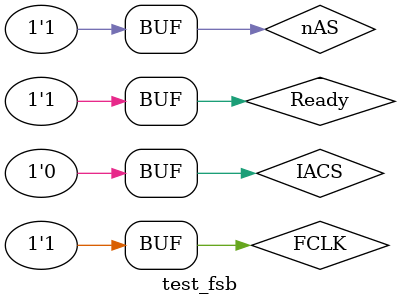
<source format=v>
`timescale 1ns / 1ps


module test_fsb;

	// Inputs
	reg FCLK;
	reg nAS;
	reg Ready;
	reg IACS;

	// Outputs
	wire nDTACK;
	wire nVPA;
	wire AINACT;
	wire BACT;
	wire CACT;

	// Instantiate the Unit Under Test (UUT)
	FSB uut (
		.FCLK(FCLK), 
		.nAS(nAS), 
		.nDTACK(nDTACK), 
		.nVPA(nVPA), 
		.AINACT(AINACT), 
		.BACT(BACT), 
		.CACT(CACT), 
		.Ready(Ready), 
		.IACS(IACS)
	);

	initial begin
		FCLK = 0;
		nAS = 1;
		Ready = 1;
		IACS = 0;
		#0;
		
		FCLK = 0; #25;
		FCLK = 1; #5;
		nAS = 1'bX; #20;
		nAS = 0;

		FCLK = 0; #25;
		FCLK = 1; #25;
		
		FCLK = 0; #25;
		FCLK = 1; #25;

		FCLK = 0; #5;
		nAS = 1'bX; #20;
		nAS = 1;
		FCLK = 1; #25;
		
		FCLK = 0; #25;
		FCLK = 1; #5;
		nAS = 1'bX; #20;
		nAS = 0;

		FCLK = 0; #25;
		FCLK = 1; #25;
		
		FCLK = 0; #25;
		FCLK = 1; #25;

		FCLK = 0; #5;
		nAS = 1'bX; #20;
		nAS = 1;
		FCLK = 1; #25;
		
		FCLK = 0; #25;
		FCLK = 1; #5;
		Ready = 0; nAS = 1'bX; #20;
		nAS = 0;

		FCLK = 0; #25;
		FCLK = 1; #25;

		FCLK = 0; #25;
		FCLK = 1; #5;
		Ready = 1; #20;
		
		FCLK = 0; #25;
		FCLK = 1; #25;

		FCLK = 0; #25;
		FCLK = 1; #25;

		FCLK = 0; #5;
		nAS = 1'bX; #20;
		nAS = 1;
		FCLK = 1; #25;

		FCLK = 0; #25;
		FCLK = 1; #25;

		FCLK = 0; #25;
		FCLK = 1; #25;
	
	end
      
endmodule


</source>
